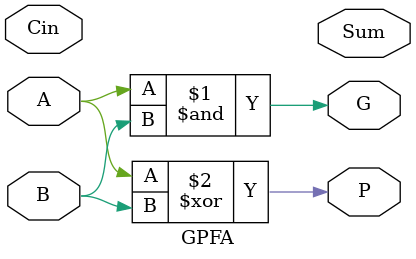
<source format=v>
module GPFA (
    input   A, B, Cin,
    output  G, P, Sum
);

assign G = A&B;
assign P = A^B;
assign Sim = P ^ Cin;
    
endmodule
</source>
